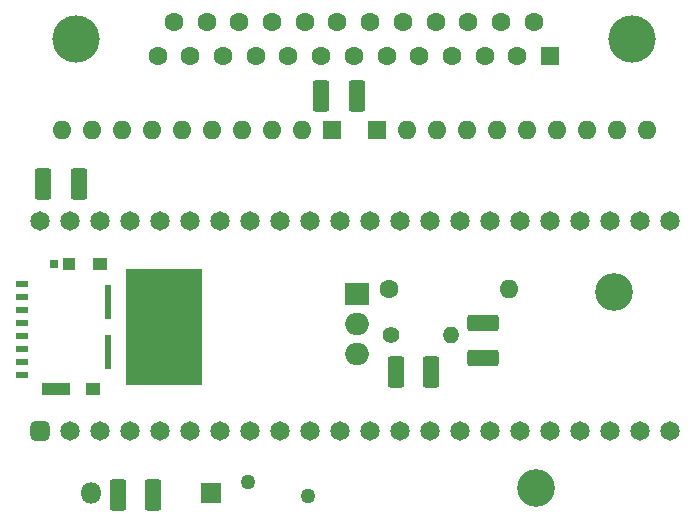
<source format=gbr>
%TF.GenerationSoftware,KiCad,Pcbnew,(6.0.2)*%
%TF.CreationDate,2022-04-05T13:26:03-06:00*%
%TF.ProjectId,DB25m_F4Lite_THTV1,44423235-6d5f-4463-944c-6974655f5448,rev?*%
%TF.SameCoordinates,Original*%
%TF.FileFunction,Soldermask,Bot*%
%TF.FilePolarity,Negative*%
%FSLAX46Y46*%
G04 Gerber Fmt 4.6, Leading zero omitted, Abs format (unit mm)*
G04 Created by KiCad (PCBNEW (6.0.2)) date 2022-04-05 13:26:03*
%MOMM*%
%LPD*%
G01*
G04 APERTURE LIST*
G04 Aperture macros list*
%AMRoundRect*
0 Rectangle with rounded corners*
0 $1 Rounding radius*
0 $2 $3 $4 $5 $6 $7 $8 $9 X,Y pos of 4 corners*
0 Add a 4 corners polygon primitive as box body*
4,1,4,$2,$3,$4,$5,$6,$7,$8,$9,$2,$3,0*
0 Add four circle primitives for the rounded corners*
1,1,$1+$1,$2,$3*
1,1,$1+$1,$4,$5*
1,1,$1+$1,$6,$7*
1,1,$1+$1,$8,$9*
0 Add four rect primitives between the rounded corners*
20,1,$1+$1,$2,$3,$4,$5,0*
20,1,$1+$1,$4,$5,$6,$7,0*
20,1,$1+$1,$6,$7,$8,$9,0*
20,1,$1+$1,$8,$9,$2,$3,0*%
G04 Aperture macros list end*
%ADD10C,0.100000*%
%ADD11O,1.800000X1.800000*%
%ADD12R,1.800000X1.800000*%
%ADD13RoundRect,0.250001X-0.462499X-1.074999X0.462499X-1.074999X0.462499X1.074999X-0.462499X1.074999X0*%
%ADD14C,1.270000*%
%ADD15C,4.000000*%
%ADD16C,1.600000*%
%ADD17R,1.600000X1.600000*%
%ADD18C,1.650000*%
%ADD19RoundRect,0.412500X0.412500X-0.412500X0.412500X0.412500X-0.412500X0.412500X-0.412500X-0.412500X0*%
%ADD20RoundRect,0.250001X0.462499X1.074999X-0.462499X1.074999X-0.462499X-1.074999X0.462499X-1.074999X0*%
%ADD21O,2.000000X1.905000*%
%ADD22R,2.000000X1.905000*%
%ADD23O,3.500000X3.500000*%
%ADD24O,1.600000X1.600000*%
%ADD25O,1.400000X1.400000*%
%ADD26C,1.400000*%
%ADD27RoundRect,0.250001X-1.074999X0.462499X-1.074999X-0.462499X1.074999X-0.462499X1.074999X0.462499X0*%
%ADD28R,1.000000X0.500000*%
%ADD29R,0.780000X0.720000*%
%ADD30R,1.080000X1.050000*%
%ADD31R,1.200000X1.050000*%
%ADD32R,2.390000X1.050000*%
%ADD33R,0.550000X2.910000*%
%ADD34C,3.200000*%
G04 APERTURE END LIST*
D10*
X116565679Y-80342739D02*
X122915680Y-80342740D01*
X122915680Y-80342740D02*
X122915680Y-70627240D01*
X122915680Y-70627240D02*
X116565680Y-70627240D01*
X116565680Y-70627240D02*
X116565679Y-80342739D01*
G36*
X122915680Y-80342740D02*
G01*
X116565679Y-80342739D01*
X116565680Y-70627240D01*
X122915680Y-70627240D01*
X122915680Y-80342740D01*
G37*
X122915680Y-80342740D02*
X116565679Y-80342739D01*
X116565680Y-70627240D01*
X122915680Y-70627240D01*
X122915680Y-80342740D01*
D11*
%TO.C,D1*%
X113570000Y-89600000D03*
D12*
X123730000Y-89600000D03*
%TD*%
D13*
%TO.C,C5*%
X118865000Y-89720000D03*
X115890000Y-89720000D03*
%TD*%
D14*
%TO.C,F1*%
X131910000Y-89783000D03*
X126830000Y-88640000D03*
%TD*%
D15*
%TO.C,J6*%
X112280800Y-51114820D03*
X159380800Y-51114820D03*
D16*
X120595800Y-49694820D03*
X123365800Y-49694820D03*
X126135800Y-49694820D03*
X128905800Y-49694820D03*
X131675800Y-49694820D03*
X134445800Y-49694820D03*
X137215800Y-49694820D03*
X139985800Y-49694820D03*
X142755800Y-49694820D03*
X145525800Y-49694820D03*
X148295800Y-49694820D03*
X151065800Y-49694820D03*
X119210800Y-52534820D03*
X121980800Y-52534820D03*
X124750800Y-52534820D03*
X127520800Y-52534820D03*
X130290800Y-52534820D03*
X133060800Y-52534820D03*
X135830800Y-52534820D03*
X138600800Y-52534820D03*
X141370800Y-52534820D03*
X144140800Y-52534820D03*
X146910800Y-52534820D03*
X149680800Y-52534820D03*
D17*
X152450800Y-52534820D03*
%TD*%
D18*
%TO.C,U2*%
X109284675Y-66521342D03*
X111824675Y-66521342D03*
X114364675Y-66521342D03*
X116904675Y-66521342D03*
X119444675Y-66521342D03*
X121984675Y-66521342D03*
X124524675Y-66521342D03*
X127064675Y-66521342D03*
X129604675Y-66521342D03*
X132144675Y-66521342D03*
X134684675Y-66521342D03*
X137224675Y-66521342D03*
X139764675Y-66521342D03*
X142304675Y-66521342D03*
X144844675Y-66521342D03*
X147384675Y-66521342D03*
X149924675Y-66521342D03*
X152464675Y-66521342D03*
X155004675Y-66521342D03*
X157544675Y-66521342D03*
X160084675Y-66521342D03*
X162624675Y-66521342D03*
X162624675Y-84301342D03*
X160084675Y-84301342D03*
X157544675Y-84301342D03*
X155004675Y-84301342D03*
X152464675Y-84301342D03*
X149924675Y-84301342D03*
X147384675Y-84301342D03*
X144844675Y-84301342D03*
X142304675Y-84301342D03*
X139764675Y-84301342D03*
X137224675Y-84301342D03*
X134684675Y-84301342D03*
X132144675Y-84301342D03*
X129604675Y-84301342D03*
X127064675Y-84301342D03*
X124524675Y-84301342D03*
X121984675Y-84301342D03*
X119444675Y-84301342D03*
X116904675Y-84301342D03*
X114364675Y-84301342D03*
X111824675Y-84301342D03*
D19*
X109284675Y-84301342D03*
%TD*%
D20*
%TO.C,C4*%
X109547000Y-63383160D03*
X112522000Y-63383160D03*
%TD*%
D21*
%TO.C,U1*%
X136096914Y-77786244D03*
X136096914Y-75246244D03*
D22*
X136096914Y-72706244D03*
D23*
X119436914Y-75246244D03*
%TD*%
D24*
%TO.C,RN2*%
X160652460Y-58831480D03*
X158112460Y-58831480D03*
X155572460Y-58831480D03*
X153032460Y-58831480D03*
X150492460Y-58831480D03*
X147952460Y-58831480D03*
X145412460Y-58831480D03*
X142872460Y-58831480D03*
X140332460Y-58831480D03*
D17*
X137792460Y-58831480D03*
%TD*%
D24*
%TO.C,RN1*%
X111122460Y-58831480D03*
X113662460Y-58831480D03*
X116202460Y-58831480D03*
X118742460Y-58831480D03*
X121282460Y-58831480D03*
X123822460Y-58831480D03*
X126362460Y-58831480D03*
X128902460Y-58831480D03*
X131442460Y-58831480D03*
D17*
X133982460Y-58831480D03*
%TD*%
D25*
%TO.C,R2*%
X144034414Y-76198744D03*
D26*
X138954414Y-76198744D03*
%TD*%
D24*
%TO.C,R1*%
X148987414Y-72325242D03*
D16*
X138827414Y-72325242D03*
%TD*%
D27*
%TO.C,C1*%
X146764914Y-78103742D03*
X146764914Y-75128742D03*
%TD*%
D20*
%TO.C,C3*%
X133089320Y-55928260D03*
X136064320Y-55928260D03*
%TD*%
D13*
%TO.C,C2*%
X142373915Y-79310243D03*
X139398915Y-79310243D03*
%TD*%
D28*
%TO.C,J5*%
X107777153Y-71901202D03*
X107777153Y-73001202D03*
X107777153Y-74101202D03*
X107777153Y-75201202D03*
X107777153Y-76301202D03*
X107777153Y-77401202D03*
X107777153Y-78501202D03*
X107777153Y-79601202D03*
D29*
X110457153Y-70141202D03*
D30*
X111727153Y-70141202D03*
D31*
X114337153Y-70131202D03*
X113767153Y-80776202D03*
D32*
X110582153Y-80776202D03*
D33*
X115012153Y-77596202D03*
X115012153Y-73406202D03*
%TD*%
D34*
%TO.C,REF\u002A\u002A*%
X157871160Y-72522080D03*
%TD*%
%TO.C,REF\u002A\u002A*%
X151290020Y-89138760D03*
%TD*%
M02*

</source>
